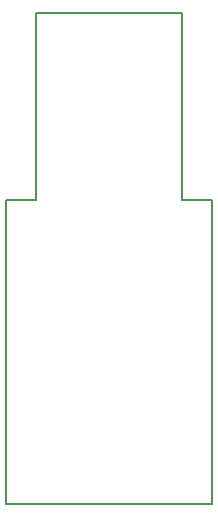
<source format=gbr>
G04 DipTrace 3.0.0.2*
G04 BoardOutline.gbr*
%MOIN*%
G04 #@! TF.FileFunction,Profile*
G04 #@! TF.Part,Single*
%ADD11C,0.005512*%
%FSLAX26Y26*%
G04*
G70*
G90*
G75*
G01*
G04 BoardOutline*
%LPD*%
X493701Y2031201D2*
D11*
X981201D1*
Y1406201D1*
X1081201D1*
Y393701D1*
X393701D1*
Y1406201D1*
X493701D1*
Y2031201D1*
M02*

</source>
